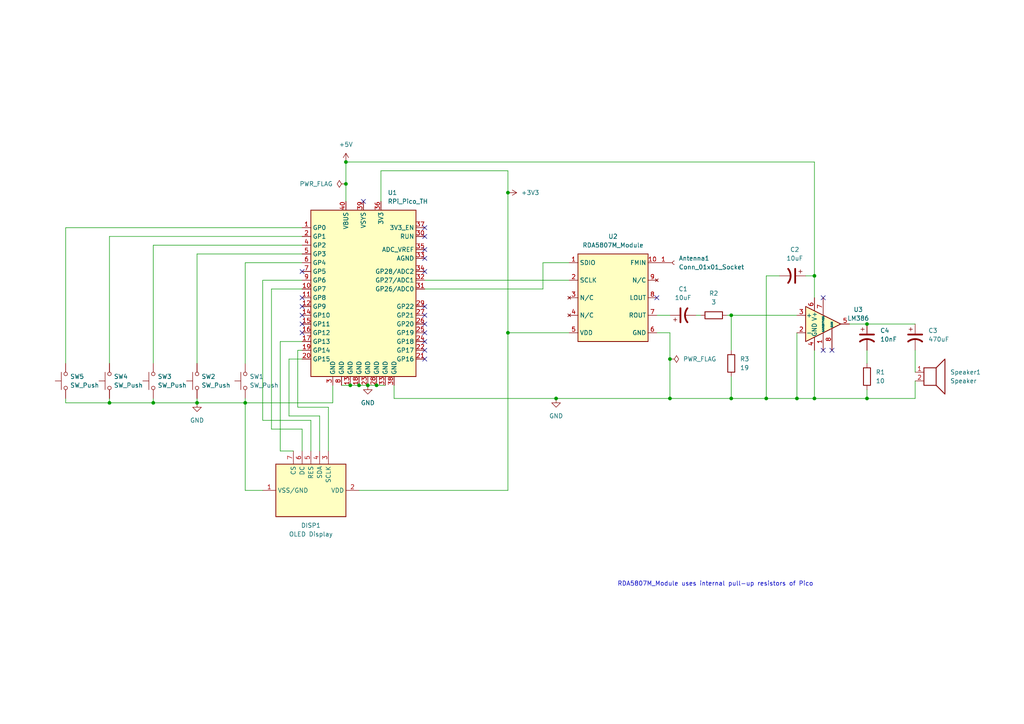
<source format=kicad_sch>
(kicad_sch (version 20230121) (generator eeschema)
  (paper "A4")
  (title_block (title "ECE 299 - Radio Clock") (date "2023-06-23") (rev "0"))
  (lib_symbols
    (symbol "Amplifier_Audio:LM386" (pin_names (offset 0.127))
      (property "Reference" "U" (at 1.27 7.62 0))
      (property "Value" "LM386" (at 1.27 5.08 0))
      (symbol "LM386_0_1"
        (polyline (pts (xy 5.08 0) (xy -5.08 5.08) (xy -5.08 -5.08) (xy 5.08 0)) (stroke (width 0.254)) (fill (type background)))
      )
      (symbol "LM386_1_1"
        (pin input line (at 0 -7.62 90) (length 5.08) (name "GAIN") (number "1"))
        (pin input line (at -7.62 -2.54 0) (length 2.54) (name "-") (number "2"))
        (pin input line (at -7.62 2.54 0) (length 2.54) (name "+") (number "3"))
        (pin power_in line (at -2.54 -7.62 90) (length 3.81) (name "GND") (number "4"))
        (pin output line (at 7.62 0 180) (length 2.54) (name "~") (number "5"))
        (pin power_in line (at -2.54 7.62 270) (length 3.81) (name "V+") (number "6"))
        (pin input line (at 0 7.62 270) (length 5.08) (name "BYPASS") (number "7"))
        (pin input line (at 2.54 -7.62 90) (length 6.35) (name "GAIN") (number "8"))
      )
    )
    (symbol "Connector:Conn_01x01_Socket" (pin_names (offset 1.016) hide)
      (property "Reference" "J" (at 0 2.54 0))
      (property "Value" "Conn_01x01_Socket" (at 0 -2.54 0))
      (symbol "Conn_01x01_Socket_1_1"
        (polyline (pts (xy -1.27 0) (xy -0.508 0)) (stroke (width 0.1524)))
        (arc (start 0 0.508) (mid -0.5058 0) (end 0 -0.508) (stroke (width 0.1524)))
        (pin passive line (at -5.08 0 0) (length 3.81) (name "Pin_1") (number "1"))
      )
    )
    (symbol "Device:C_Polarized_US" (pin_numbers hide) (pin_names (offset 0.254) hide)
      (property "Reference" "C" (at 0.635 2.54 0))
      (property "Value" "C_Polarized_US" (at 0.635 -2.54 0))
      (symbol "C_Polarized_US_0_1"
        (polyline (pts (xy -2.032 0.762) (xy 2.032 0.762)) (stroke (width 0.508)))
        (polyline (pts (xy -1.778 2.286) (xy -0.762 2.286)))
        (polyline (pts (xy -1.27 1.778) (xy -1.27 2.794)))
        (arc (start 2.032 -1.27) (mid 0 -0.5572) (end -2.032 -1.27) (stroke (width 0.508)))
      )
      (symbol "C_Polarized_US_1_1"
        (pin passive line (at 0 3.81 270) (length 2.794) (name "~") (number "1"))
        (pin passive line (at 0 -3.81 90) (length 3.302) (name "~") (number "2"))
      )
    )
    (symbol "Device:R" (pin_numbers hide) (pin_names (offset 0))
      (property "Reference" "R" (at 2.032 0 90))
      (property "Value" "R" (at 0 0 90))
      (symbol "R_0_1"
        (rectangle (start -1.016 -2.54) (end 1.016 2.54) (stroke (width 0.254)))
      )
      (symbol "R_1_1"
        (pin passive line (at 0 3.81 270) (length 1.27) (name "~") (number "1"))
        (pin passive line (at 0 -3.81 90) (length 1.27) (name "~") (number "2"))
      )
    )
    (symbol "Device:Speaker" (pin_names (offset 0) hide)
      (property "Reference" "LS" (at 1.27 5.715 0))
      (property "Value" "Speaker" (at 1.27 3.81 0))
      (symbol "Speaker_0_0"
        (rectangle (start -2.54 1.27) (end 1.016 -3.81) (stroke (width 0.254)))
        (polyline (pts (xy 1.016 1.27) (xy 3.556 3.81) (xy 3.556 -6.35) (xy 1.016 -3.81)) (stroke (width 0.254)))
      )
      (symbol "Speaker_1_1"
        (pin input line (at -5.08 0 0) (length 2.54) (name "1") (number "1"))
        (pin input line (at -5.08 -2.54 0) (length 2.54) (name "2") (number "2"))
      )
    )
    (symbol "ECE:OLED Display"
      (property "Reference" "DISP?" (at 8.89 -1.27 0))
      (property "Value" "OLED Display" (at 8.89 1.27 0))
      (symbol "OLED Display_1_1"
        (rectangle (start -7.62 10.16) (end 7.62 -10.16) (stroke (width 0.254)) (fill (type background)))
        (pin power_in line (at 0 -13.97 90) (length 3.81) (name "VSS/GND") (number "1"))
        (pin power_in line (at 0 13.97 270) (length 3.81) (name "VDD") (number "2"))
        (pin input line (at -11.43 5.08 0) (length 3.81) (name "SCLK") (number "3"))
        (pin output line (at -11.43 2.54 0) (length 3.81) (name "SDA") (number "4"))
        (pin input line (at -11.43 0 0) (length 3.81) (name "RES") (number "5"))
        (pin input line (at -11.43 -2.54 0) (length 3.81) (name "DC") (number "6"))
        (pin input line (at -11.43 -5.08 0) (length 3.81) (name "CS") (number "7"))
      )
    )
    (symbol "ECE:RDA5807M_Module"
      (property "Reference" "U" (at -8.89 16.51 0))
      (property "Value" "RDA5807M_Module" (at -8.89 13.97 0))
      (symbol "RDA5807M_Module_0_1"
        (rectangle (start -10.16 12.7) (end 10.16 -12.7) (stroke (width 0.254)) (fill (type background)))
      )
      (symbol "RDA5807M_Module_1_1"
        (pin bidirectional line (at -12.7 10.16 0) (length 2.54) (name "SDIO") (number "1"))
        (pin input line (at 12.7 10.16 180) (length 2.54) (name "FMIN") (number "10"))
        (pin input line (at -12.7 5.08 0) (length 2.54) (name "SCLK") (number "2"))
        (pin no_connect line (at -12.7 0 0) (length 2.54) (name "N/C") (number "3"))
        (pin no_connect line (at -12.7 -5.08 0) (length 2.54) (name "N/C") (number "4"))
        (pin power_in line (at -12.7 -10.16 0) (length 2.54) (name "VDD") (number "5"))
        (pin power_in line (at 12.7 -10.16 180) (length 2.54) (name "GND") (number "6"))
        (pin output line (at 12.7 -5.08 180) (length 2.54) (name "ROUT") (number "7"))
        (pin output line (at 12.7 0 180) (length 2.54) (name "LOUT") (number "8"))
        (pin no_connect line (at 12.7 5.08 180) (length 2.54) (name "N/C") (number "9"))
      )
    )
    (symbol "ECE:RPi_Pico_TH"
      (property "Reference" "U?" (at 0 1.27 0))
      (property "Value" "RPi_Pico_TH" (at 0 -1.27 0))
      (symbol "RPi_Pico_TH_0_1"
        (rectangle (start -15.24 24.13) (end 15.24 -24.13) (stroke (width 0.254)) (fill (type background)))
      )
      (symbol "RPi_Pico_TH_1_1"
        (pin bidirectional line (at -17.78 19.05 0) (length 2.54) (name "GP0") (number "1"))
        (pin bidirectional line (at -17.78 1.27 0) (length 2.54) (name "GP7") (number "10"))
        (pin bidirectional line (at -17.78 -1.27 0) (length 2.54) (name "GP8") (number "11"))
        (pin bidirectional line (at -17.78 -3.81 0) (length 2.54) (name "GP9") (number "12"))
        (pin power_in line (at -3.81 -26.67 90) (length 2.54) (name "GND") (number "13"))
        (pin bidirectional line (at -17.78 -6.35 0) (length 2.54) (name "GP10") (number "14"))
        (pin bidirectional line (at -17.78 -8.89 0) (length 2.54) (name "GP11") (number "15"))
        (pin bidirectional line (at -17.78 -11.43 0) (length 2.54) (name "GP12") (number "16"))
        (pin bidirectional line (at -17.78 -13.97 0) (length 2.54) (name "GP13") (number "17"))
        (pin power_in line (at -1.27 -26.67 90) (length 2.54) (name "GND") (number "18"))
        (pin bidirectional line (at -17.78 -16.51 0) (length 2.54) (name "GP14") (number "19"))
        (pin bidirectional line (at -17.78 16.51 0) (length 2.54) (name "GP1") (number "2"))
        (pin bidirectional line (at -17.78 -19.05 0) (length 2.54) (name "GP15") (number "20"))
        (pin bidirectional line (at 17.78 -19.05 180) (length 2.54) (name "GP16") (number "21"))
        (pin bidirectional line (at 17.78 -16.51 180) (length 2.54) (name "GP17") (number "22"))
        (pin power_in line (at 1.27 -26.67 90) (length 2.54) (name "GND") (number "23"))
        (pin bidirectional line (at 17.78 -13.97 180) (length 2.54) (name "GP18") (number "24"))
        (pin bidirectional line (at 17.78 -11.43 180) (length 2.54) (name "GP19") (number "25"))
        (pin bidirectional line (at 17.78 -8.89 180) (length 2.54) (name "GP20") (number "26"))
        (pin bidirectional line (at 17.78 -6.35 180) (length 2.54) (name "GP21") (number "27"))
        (pin power_in line (at 3.81 -26.67 90) (length 2.54) (name "GND") (number "28"))
        (pin bidirectional line (at 17.78 -3.81 180) (length 2.54) (name "GP22") (number "29"))
        (pin power_in line (at -8.89 -26.67 90) (length 2.54) (name "GND") (number "3"))
        (pin input line (at 17.78 16.51 180) (length 2.54) (name "RUN") (number "30"))
        (pin bidirectional line (at 17.78 1.27 180) (length 2.54) (name "GP26/ADC0") (number "31"))
        (pin bidirectional line (at 17.78 3.81 180) (length 2.54) (name "GP27/ADC1") (number "32"))
        (pin power_in line (at 17.78 10.16 180) (length 2.54) (name "AGND") (number "33"))
        (pin power_in line (at 6.35 -26.67 90) (length 2.54) (name "GND") (number "33"))
        (pin bidirectional line (at 17.78 6.35 180) (length 2.54) (name "GP28/ADC2") (number "34"))
        (pin power_in line (at 17.78 12.7 180) (length 2.54) (name "ADC_VREF") (number "35"))
        (pin power_out line (at 5.08 26.67 270) (length 2.54) (name "3V3") (number "36"))
        (pin input line (at 17.78 19.05 180) (length 2.54) (name "3V3_EN") (number "37"))
        (pin power_in line (at 8.89 -26.67 90) (length 2.54) (name "GND") (number "38"))
        (pin power_out line (at 0 26.67 270) (length 2.54) (name "VSYS") (number "39"))
        (pin bidirectional line (at -17.78 13.97 0) (length 2.54) (name "GP2") (number "4"))
        (pin power_in line (at -5.08 26.67 270) (length 2.54) (name "VBUS") (number "40"))
        (pin bidirectional line (at -17.78 11.43 0) (length 2.54) (name "GP3") (number "5"))
        (pin bidirectional line (at -17.78 8.89 0) (length 2.54) (name "GP4") (number "6"))
        (pin bidirectional line (at -17.78 6.35 0) (length 2.54) (name "GP5") (number "7"))
        (pin power_in line (at -6.35 -26.67 90) (length 2.54) (name "GND") (number "8"))
        (pin bidirectional line (at -17.78 3.81 0) (length 2.54) (name "GP6") (number "9"))
      )
    )
    (symbol "Switch:SW_Push" (pin_numbers hide) (pin_names (offset 1.016) hide)
      (property "Reference" "SW" (at 1.27 2.54 0))
      (property "Value" "SW_Push" (at 0 -1.524 0))
      (symbol "SW_Push_0_1"
        (circle (center -2.032 0) (radius 0.508))
        (polyline (pts (xy 0 1.27) (xy 0 3.048)))
        (polyline (pts (xy 2.54 1.27) (xy -2.54 1.27)))
        (circle (center 2.032 0) (radius 0.508))
        (pin passive line (at -5.08 0 0) (length 2.54) (name "1") (number "1"))
        (pin passive line (at 5.08 0 180) (length 2.54) (name "2") (number "2"))
      )
    )
    (symbol "power:+3V3" (power) (pin_names (offset 0))
      (property "Value" "+3V3" (at 0 3.556 0))
      (symbol "+3V3_0_1"
        (polyline (pts (xy -0.762 1.27) (xy 0 2.54)))
        (polyline (pts (xy 0 0) (xy 0 2.54)))
        (polyline (pts (xy 0 2.54) (xy 0.762 1.27)))
      )
      (symbol "+3V3_1_1"
        (pin power_in line (at 0 0 90) (length 0) hide (name "+3V3") (number "1"))
      )
    )
    (symbol "power:+5V" (power) (pin_names (offset 0))
      (property "Value" "+5V" (at 0 3.556 0))
      (symbol "+5V_0_1"
        (polyline (pts (xy -0.762 1.27) (xy 0 2.54)))
        (polyline (pts (xy 0 0) (xy 0 2.54)))
        (polyline (pts (xy 0 2.54) (xy 0.762 1.27)))
      )
      (symbol "+5V_1_1"
        (pin power_in line (at 0 0 90) (length 0) hide (name "+5V") (number "1"))
      )
    )
    (symbol "power:GND" (power) (pin_names (offset 0))
      (property "Value" "GND" (at 0 -3.81 0))
      (symbol "GND_0_1"
        (polyline (pts (xy 0 0) (xy 0 -1.27) (xy 1.27 -1.27) (xy 0 -2.54) (xy -1.27 -1.27) (xy 0 -1.27)))
      )
      (symbol "GND_1_1"
        (pin power_in line (at 0 0 270) (length 0) hide (name "GND") (number "1"))
      )
    )
    (symbol "power:PWR_FLAG" (power) (pin_numbers hide) (pin_names (offset 0) hide)
      (property "Value" "PWR_FLAG" (at 0 3.81 0))
      (symbol "PWR_FLAG_0_0"
        (pin power_out line (at 0 0 90) (length 0) (name "pwr") (number "1"))
      )
      (symbol "PWR_FLAG_0_1"
        (polyline (pts (xy 0 0) (xy 0 1.27) (xy -1.016 1.905) (xy 0 2.54) (xy 1.016 1.905) (xy 0 1.27)))
      )
    )
  )
  (junction (at 100.33 46.99))
  (junction (at 106.68 111.76))
  (junction (at 231.14 115.57))
  (junction (at 194.31 104.14))
  (junction (at 251.46 115.57))
  (junction (at 194.31 115.57))
  (junction (at 104.14 111.76))
  (junction (at 236.22 115.57))
  (junction (at 222.25 115.57))
  (junction (at 100.33 53.34))
  (junction (at 109.22 111.76))
  (junction (at 236.22 80.01))
  (junction (at 57.15 116.84))
  (junction (at 161.29 115.57))
  (junction (at 147.32 96.52))
  (junction (at 251.46 93.98))
  (junction (at 101.6 111.76))
  (junction (at 147.32 55.88))
  (junction (at 212.09 115.57))
  (junction (at 212.09 91.44))
  (junction (at 44.45 116.84))
  (junction (at 31.75 116.84))
  (junction (at 71.12 116.84))
  (no_connect (at 123.19 93.98))
  (no_connect (at 87.63 86.36))
  (no_connect (at 123.19 78.74))
  (no_connect (at 123.19 88.9))
  (no_connect (at 123.19 104.14))
  (no_connect (at 87.63 78.74))
  (no_connect (at 123.19 74.93))
  (no_connect (at 123.19 96.52))
  (no_connect (at 87.63 88.9))
  (no_connect (at 123.19 99.06))
  (no_connect (at 123.19 68.58))
  (no_connect (at 238.76 101.6))
  (no_connect (at 238.76 86.36))
  (no_connect (at 123.19 91.44))
  (no_connect (at 123.19 101.6))
  (no_connect (at 87.63 93.98))
  (no_connect (at 87.63 96.52))
  (no_connect (at 123.19 66.04))
  (no_connect (at 123.19 72.39))
  (no_connect (at 241.3 101.6))
  (no_connect (at 105.41 58.42))
  (no_connect (at 190.5 86.36))
  (no_connect (at 87.63 91.44))
  (wire (pts (xy 76.2 81.28) (xy 87.63 81.28)))
  (wire (pts (xy 190.5 96.52) (xy 194.31 96.52)))
  (wire (pts (xy 31.75 116.84) (xy 31.75 115.57)))
  (wire (pts (xy 31.75 68.58) (xy 31.75 105.41)))
  (wire (pts (xy 71.12 116.84) (xy 71.12 142.24)))
  (wire (pts (xy 19.05 115.57) (xy 19.05 116.84)))
  (wire (pts (xy 201.93 91.44) (xy 203.2 91.44)))
  (wire (pts (xy 147.32 142.24) (xy 147.32 96.52)))
  (wire (pts (xy 87.63 71.12) (xy 44.45 71.12)))
  (wire (pts (xy 71.12 76.2) (xy 71.12 105.41)))
  (wire (pts (xy 222.25 80.01) (xy 226.06 80.01)))
  (wire (pts (xy 86.36 118.11) (xy 86.36 101.6)))
  (wire (pts (xy 71.12 76.2) (xy 87.63 76.2)))
  (wire (pts (xy 147.32 49.53) (xy 147.32 55.88)))
  (wire (pts (xy 265.43 110.49) (xy 265.43 115.57)))
  (wire (pts (xy 190.5 91.44) (xy 194.31 91.44)))
  (wire (pts (xy 87.63 124.46) (xy 78.74 124.46)))
  (wire (pts (xy 71.12 115.57) (xy 71.12 116.84)))
  (wire (pts (xy 251.46 93.98) (xy 265.43 93.98)))
  (wire (pts (xy 96.52 116.84) (xy 71.12 116.84)))
  (wire (pts (xy 236.22 115.57) (xy 251.46 115.57)))
  (wire (pts (xy 78.74 83.82) (xy 87.63 83.82)))
  (wire (pts (xy 100.33 46.99) (xy 236.22 46.99)))
  (wire (pts (xy 57.15 116.84) (xy 44.45 116.84)))
  (wire (pts (xy 212.09 91.44) (xy 212.09 101.6)))
  (wire (pts (xy 123.19 81.28) (xy 165.1 81.28)))
  (wire (pts (xy 114.3 115.57) (xy 161.29 115.57)))
  (wire (pts (xy 81.28 99.06) (xy 81.28 130.81)))
  (wire (pts (xy 114.3 111.76) (xy 114.3 115.57)))
  (wire (pts (xy 161.29 115.57) (xy 194.31 115.57)))
  (wire (pts (xy 147.32 96.52) (xy 165.1 96.52)))
  (wire (pts (xy 100.33 46.99) (xy 100.33 53.34)))
  (wire (pts (xy 57.15 73.66) (xy 87.63 73.66)))
  (wire (pts (xy 110.49 49.53) (xy 110.49 58.42)))
  (wire (pts (xy 44.45 116.84) (xy 31.75 116.84)))
  (wire (pts (xy 246.38 93.98) (xy 251.46 93.98)))
  (wire (pts (xy 236.22 101.6) (xy 236.22 115.57)))
  (wire (pts (xy 106.68 111.76) (xy 109.22 111.76)))
  (wire (pts (xy 233.68 80.01) (xy 236.22 80.01)))
  (wire (pts (xy 100.33 53.34) (xy 100.33 58.42)))
  (wire (pts (xy 210.82 91.44) (xy 212.09 91.44)))
  (wire (pts (xy 99.06 111.76) (xy 101.6 111.76)))
  (wire (pts (xy 92.71 120.65) (xy 83.82 120.65)))
  (wire (pts (xy 222.25 80.01) (xy 222.25 115.57)))
  (wire (pts (xy 231.14 96.52) (xy 231.14 115.57)))
  (wire (pts (xy 19.05 116.84) (xy 31.75 116.84)))
  (wire (pts (xy 265.43 115.57) (xy 251.46 115.57)))
  (wire (pts (xy 57.15 116.84) (xy 71.12 116.84)))
  (wire (pts (xy 236.22 80.01) (xy 236.22 86.36)))
  (wire (pts (xy 110.49 49.53) (xy 147.32 49.53)))
  (wire (pts (xy 87.63 68.58) (xy 31.75 68.58)))
  (wire (pts (xy 212.09 91.44) (xy 231.14 91.44)))
  (wire (pts (xy 19.05 66.04) (xy 19.05 105.41)))
  (wire (pts (xy 212.09 109.22) (xy 212.09 115.57)))
  (wire (pts (xy 95.25 130.81) (xy 95.25 118.11)))
  (wire (pts (xy 157.48 76.2) (xy 165.1 76.2)))
  (wire (pts (xy 109.22 111.76) (xy 111.76 111.76)))
  (wire (pts (xy 194.31 115.57) (xy 212.09 115.57)))
  (wire (pts (xy 44.45 115.57) (xy 44.45 116.84)))
  (wire (pts (xy 87.63 99.06) (xy 81.28 99.06)))
  (wire (pts (xy 71.12 142.24) (xy 76.2 142.24)))
  (wire (pts (xy 83.82 104.14) (xy 87.63 104.14)))
  (wire (pts (xy 92.71 130.81) (xy 92.71 120.65)))
  (wire (pts (xy 57.15 73.66) (xy 57.15 105.41)))
  (wire (pts (xy 222.25 115.57) (xy 231.14 115.57)))
  (wire (pts (xy 194.31 104.14) (xy 194.31 115.57)))
  (wire (pts (xy 147.32 55.88) (xy 147.32 96.52)))
  (wire (pts (xy 123.19 83.82) (xy 157.48 83.82)))
  (wire (pts (xy 90.17 130.81) (xy 90.17 121.92)))
  (wire (pts (xy 57.15 115.57) (xy 57.15 116.84)))
  (wire (pts (xy 104.14 142.24) (xy 147.32 142.24)))
  (wire (pts (xy 81.28 130.81) (xy 85.09 130.81)))
  (wire (pts (xy 95.25 118.11) (xy 86.36 118.11)))
  (wire (pts (xy 87.63 130.81) (xy 87.63 124.46)))
  (wire (pts (xy 104.14 111.76) (xy 106.68 111.76)))
  (wire (pts (xy 251.46 113.03) (xy 251.46 115.57)))
  (wire (pts (xy 236.22 46.99) (xy 236.22 80.01)))
  (wire (pts (xy 87.63 66.04) (xy 19.05 66.04)))
  (wire (pts (xy 90.17 121.92) (xy 76.2 121.92)))
  (wire (pts (xy 44.45 71.12) (xy 44.45 105.41)))
  (wire (pts (xy 78.74 83.82) (xy 78.74 124.46)))
  (wire (pts (xy 96.52 111.76) (xy 96.52 116.84)))
  (wire (pts (xy 251.46 101.6) (xy 251.46 105.41)))
  (wire (pts (xy 101.6 111.76) (xy 104.14 111.76)))
  (wire (pts (xy 265.43 101.6) (xy 265.43 107.95)))
  (wire (pts (xy 76.2 81.28) (xy 76.2 121.92)))
  (wire (pts (xy 157.48 83.82) (xy 157.48 76.2)))
  (wire (pts (xy 231.14 115.57) (xy 236.22 115.57)))
  (wire (pts (xy 194.31 96.52) (xy 194.31 104.14)))
  (wire (pts (xy 83.82 120.65) (xy 83.82 104.14)))
  (wire (pts (xy 86.36 101.6) (xy 87.63 101.6)))
  (wire (pts (xy 212.09 115.57) (xy 222.25 115.57)))
  (text "RDA5807M_Module uses internal pull-up resistors of Pico\n" (at 179.07 170.18 0) (effects (font (size 1.27 1.27)) (justify left bottom)))
  (symbol (lib_id "power:+3V3") (at 147.32 55.88 270) (unit 1)
    (property "Reference" "#PWR04" (effects hide))
    (property "Value" "+3V3" (at 151.13 55.88 90) (effects (justify left)))
  )
  (symbol (lib_id "ECE:OLED Display") (at 90.17 142.24 270) (unit 1)
    (property "Reference" "DISP1" (at 90.17 152.4 90))
    (property "Value" "OLED Display" (at 90.17 154.94 90))
    (property "Footprint" "ECE:OLED_Display_1.3" (effects hide))
  )
  (symbol (lib_id "ECE:RPi_Pico_TH") (at 105.41 85.09 0) (unit 1)
    (property "Reference" "U1" (at 112.4459 55.88 0) (effects (justify left)))
    (property "Value" "RPi_Pico_TH" (at 112.4459 58.42 0) (effects (justify left)))
    (property "Footprint" "ECE:RPi_Pico_TH" (effects hide))
  )
  (symbol (lib_id "Device:C_Polarized_US") (at 251.46 97.79 0) (unit 1)
    (property "Reference" "C4" (at 255.27 95.885 0) (effects (justify left)))
    (property "Value" "10nF" (at 255.27 98.425 0) (effects (justify left)))
    (property "Footprint" "Capacitor_THT:C_Axial_L3.8mm_D2.6mm_P7.50mm_Horizontal" (effects hide))
  )
  (symbol (lib_id "Device:C_Polarized_US") (at 265.43 97.79 0) (unit 1)
    (property "Reference" "C3" (at 269.24 95.885 0) (effects (justify left)))
    (property "Value" "470uF" (at 269.24 98.425 0) (effects (justify left)))
    (property "Footprint" "Capacitor_THT:CP_Radial_D6.3mm_P2.50mm" (effects hide))
  )
  (symbol (lib_id "power:GND") (at 161.29 115.57 0) (unit 1)
    (property "Reference" "#PWR01" (effects hide))
    (property "Value" "GND" (at 161.29 120.65 0))
  )
  (symbol (lib_id "Switch:SW_Push") (at 44.45 110.49 90) (unit 1)
    (property "Reference" "SW3" (at 45.72 109.22 90) (effects (justify right)))
    (property "Value" "SW_Push" (at 45.72 111.76 90) (effects (justify right)))
    (property "Footprint" "Button_Switch_THT:SW_PUSH_6mm" (effects hide))
  )
  (symbol (lib_id "ECE:RDA5807M_Module") (at 177.8 86.36 0) (unit 1)
    (property "Reference" "U2" (at 177.8 68.58 0))
    (property "Value" "RDA5807M_Module" (at 177.8 71.12 0))
    (property "Footprint" "ECE:RDA5807M_Module_TH" (effects hide))
  )
  (symbol (lib_id "Switch:SW_Push") (at 19.05 110.49 90) (unit 1)
    (property "Reference" "SW5" (at 20.32 109.22 90) (effects (justify right)))
    (property "Value" "SW_Push" (at 20.32 111.76 90) (effects (justify right)))
    (property "Footprint" "Button_Switch_THT:SW_PUSH_6mm" (effects hide))
  )
  (symbol (lib_id "Switch:SW_Push") (at 71.12 110.49 90) (unit 1)
    (property "Reference" "SW1" (at 72.39 109.22 90) (effects (justify right)))
    (property "Value" "SW_Push" (at 72.39 111.76 90) (effects (justify right)))
    (property "Footprint" "Button_Switch_THT:SW_PUSH_6mm" (effects hide))
  )
  (symbol (lib_id "Device:R") (at 251.46 109.22 180) (unit 1)
    (property "Reference" "R1" (at 254 107.95 0) (effects (justify right)))
    (property "Value" "10" (at 254 110.49 0) (effects (justify right)))
    (property "Footprint" "Resistor_THT:R_Axial_DIN0207_L6.3mm_D2.5mm_P10.16mm_Horizontal" (effects hide))
  )
  (symbol (lib_id "Amplifier_Audio:LM386") (at 238.76 93.98 0) (unit 1)
    (property "Reference" "U3" (at 248.92 89.7891 0))
    (property "Value" "LM386" (at 248.92 92.3291 0))
    (property "Footprint" "Package_DIP:DIP-8_W7.62mm" (effects hide))
    (property "Datasheet" "http://www.ti.com/lit/ds/symlink/lm386.pdf" (effects hide))
  )
  (symbol (lib_id "Switch:SW_Push") (at 31.75 110.49 90) (unit 1)
    (property "Reference" "SW4" (at 33.02 109.22 90) (effects (justify right)))
    (property "Value" "SW_Push" (at 33.02 111.76 90) (effects (justify right)))
    (property "Footprint" "Button_Switch_THT:SW_PUSH_6mm" (effects hide))
  )
  (symbol (lib_id "power:+5V") (at 100.33 46.99 0) (unit 1)
    (property "Reference" "#PWR05" (effects hide))
    (property "Value" "+5V" (at 100.33 41.91 0))
  )
  (symbol (lib_id "Device:C_Polarized_US") (at 198.12 91.44 90) (unit 1)
    (property "Reference" "C1" (at 198.12 83.82 90))
    (property "Value" "10uF" (at 198.12 86.36 90))
    (property "Footprint" "Capacitor_THT:CP_Radial_D6.3mm_P2.50mm" (effects hide))
  )
  (symbol (lib_id "Device:Speaker") (at 270.51 107.95 0) (unit 1)
    (property "Reference" "Speaker1" (at 275.59 107.95 0) (effects (justify left)))
    (property "Value" "Speaker" (at 275.59 110.49 0) (effects (justify left)))
    (property "Footprint" "TerminalBlock_Phoenix:TerminalBlock_Phoenix_MKDS-1,5-2_1x02_P5.00mm_Horizontal" (effects hide))
  )
  (symbol (lib_id "Device:R") (at 212.09 105.41 180) (unit 1)
    (property "Reference" "R3" (at 214.63 104.14 0) (effects (justify right)))
    (property "Value" "19" (at 214.63 106.68 0) (effects (justify right)))
    (property "Footprint" "Resistor_THT:R_Axial_DIN0207_L6.3mm_D2.5mm_P10.16mm_Horizontal" (effects hide))
  )
  (symbol (lib_id "Connector:Conn_01x01_Socket") (at 195.58 76.2 0) (unit 1)
    (property "Reference" "Antenna1" (at 196.85 74.93 0) (effects (justify left)))
    (property "Value" "Conn_01x01_Socket" (at 196.85 77.47 0) (effects (justify left)))
    (property "Footprint" "Connector_PinSocket_1.27mm:PinSocket_1x01_P1.27mm_Vertical" (effects hide))
  )
  (symbol (lib_id "power:PWR_FLAG") (at 100.33 53.34 90) (unit 1)
    (property "Reference" "#FLG02" (effects hide))
    (property "Value" "PWR_FLAG" (at 96.52 53.34 90) (effects (justify left)))
  )
  (symbol (lib_id "Device:C_Polarized_US") (at 229.87 80.01 270) (unit 1)
    (property "Reference" "C2" (at 230.505 72.39 90))
    (property "Value" "10uF" (at 230.505 74.93 90))
    (property "Footprint" "Capacitor_THT:CP_Radial_D6.3mm_P2.50mm" (effects hide))
  )
  (symbol (lib_id "power:GND") (at 57.15 116.84 0) (unit 1)
    (property "Reference" "#PWR02" (effects hide))
    (property "Value" "GND" (at 57.15 121.92 0))
  )
  (symbol (lib_id "power:GND") (at 106.68 111.76 0) (unit 1)
    (property "Reference" "#PWR03" (effects hide))
    (property "Value" "GND" (at 106.68 116.84 0))
  )
  (symbol (lib_id "Device:R") (at 207.01 91.44 270) (unit 1)
    (property "Reference" "R2" (at 207.01 85.09 90))
    (property "Value" "3" (at 207.01 87.63 90))
    (property "Footprint" "Resistor_THT:R_Axial_DIN0207_L6.3mm_D2.5mm_P10.16mm_Horizontal" (effects hide))
  )
  (symbol (lib_id "power:PWR_FLAG") (at 194.31 104.14 270) (unit 1)
    (property "Reference" "#FLG01" (effects hide))
    (property "Value" "PWR_FLAG" (at 198.12 104.14 90) (effects (justify left)))
  )
  (symbol (lib_id "Switch:SW_Push") (at 57.15 110.49 90) (unit 1)
    (property "Reference" "SW2" (at 58.42 109.22 90) (effects (justify right)))
    (property "Value" "SW_Push" (at 58.42 111.76 90) (effects (justify right)))
    (property "Footprint" "Button_Switch_THT:SW_PUSH_6mm" (effects hide))
  )
)
</source>
